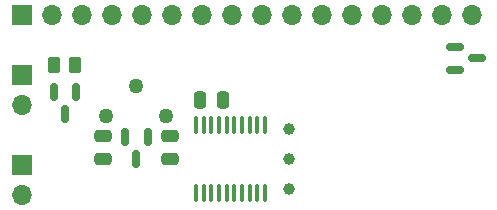
<source format=gbr>
%TF.GenerationSoftware,KiCad,Pcbnew,8.0.6*%
%TF.CreationDate,2024-12-17T20:27:33+00:00*%
%TF.ProjectId,003-UART-1602,3030332d-5541-4525-942d-313630322e6b,MkI*%
%TF.SameCoordinates,Original*%
%TF.FileFunction,Soldermask,Top*%
%TF.FilePolarity,Negative*%
%FSLAX46Y46*%
G04 Gerber Fmt 4.6, Leading zero omitted, Abs format (unit mm)*
G04 Created by KiCad (PCBNEW 8.0.6) date 2024-12-17 20:27:33*
%MOMM*%
%LPD*%
G01*
G04 APERTURE LIST*
G04 Aperture macros list*
%AMRoundRect*
0 Rectangle with rounded corners*
0 $1 Rounding radius*
0 $2 $3 $4 $5 $6 $7 $8 $9 X,Y pos of 4 corners*
0 Add a 4 corners polygon primitive as box body*
4,1,4,$2,$3,$4,$5,$6,$7,$8,$9,$2,$3,0*
0 Add four circle primitives for the rounded corners*
1,1,$1+$1,$2,$3*
1,1,$1+$1,$4,$5*
1,1,$1+$1,$6,$7*
1,1,$1+$1,$8,$9*
0 Add four rect primitives between the rounded corners*
20,1,$1+$1,$2,$3,$4,$5,0*
20,1,$1+$1,$4,$5,$6,$7,0*
20,1,$1+$1,$6,$7,$8,$9,0*
20,1,$1+$1,$8,$9,$2,$3,0*%
G04 Aperture macros list end*
%ADD10RoundRect,0.150000X-0.150000X0.587500X-0.150000X-0.587500X0.150000X-0.587500X0.150000X0.587500X0*%
%ADD11RoundRect,0.100000X-0.100000X0.637500X-0.100000X-0.637500X0.100000X-0.637500X0.100000X0.637500X0*%
%ADD12C,1.000000*%
%ADD13RoundRect,0.150000X-0.587500X-0.150000X0.587500X-0.150000X0.587500X0.150000X-0.587500X0.150000X0*%
%ADD14R,1.700000X1.700000*%
%ADD15O,1.700000X1.700000*%
%ADD16RoundRect,0.250000X0.250000X0.475000X-0.250000X0.475000X-0.250000X-0.475000X0.250000X-0.475000X0*%
%ADD17RoundRect,0.250000X-0.475000X0.250000X-0.475000X-0.250000X0.475000X-0.250000X0.475000X0.250000X0*%
%ADD18RoundRect,0.250000X-0.262500X-0.450000X0.262500X-0.450000X0.262500X0.450000X-0.262500X0.450000X0*%
%ADD19C,1.260000*%
G04 APERTURE END LIST*
D10*
%TO.C,Q1*%
X37620000Y-70040000D03*
X35720000Y-70040000D03*
X36670000Y-71915000D03*
%TD*%
D11*
%TO.C,U1*%
X53600699Y-72853020D03*
X52950699Y-72853020D03*
X52300699Y-72853020D03*
X51650699Y-72853020D03*
X51000699Y-72853020D03*
X50350699Y-72853020D03*
X49700699Y-72853020D03*
X49050699Y-72853020D03*
X48400699Y-72853020D03*
X47750699Y-72853020D03*
X47750699Y-78578020D03*
X48400699Y-78578020D03*
X49050699Y-78578020D03*
X49700699Y-78578020D03*
X50350699Y-78578020D03*
X51000699Y-78578020D03*
X51650699Y-78578020D03*
X52300699Y-78578020D03*
X52950699Y-78578020D03*
X53600699Y-78578020D03*
%TD*%
D10*
%TO.C,D1*%
X43670000Y-73802500D03*
X41770000Y-73802500D03*
X42720000Y-75677500D03*
%TD*%
D12*
%TO.C,TP1*%
X55620000Y-73160000D03*
%TD*%
D13*
%TO.C,Q2*%
X71538201Y-67177500D03*
X69663200Y-68127500D03*
X69663200Y-66227500D03*
%TD*%
D14*
%TO.C,DS1*%
X33020000Y-63500000D03*
D15*
X35560000Y-63500000D03*
X38099999Y-63500000D03*
X40640000Y-63500000D03*
X43180000Y-63500000D03*
X45720000Y-63500000D03*
X48260000Y-63500000D03*
X50800001Y-63500000D03*
X53340000Y-63500000D03*
X55880000Y-63500000D03*
X58420000Y-63500000D03*
X60959999Y-63500000D03*
X63500000Y-63500000D03*
X66040000Y-63500000D03*
X68580000Y-63500000D03*
X71119999Y-63500000D03*
%TD*%
D16*
%TO.C,C3*%
X50019998Y-70740000D03*
X48120000Y-70740000D03*
%TD*%
D17*
%TO.C,C2*%
X45520000Y-73790001D03*
X45520000Y-75689999D03*
%TD*%
D14*
%TO.C,J2*%
X33020000Y-76200000D03*
D15*
X33020000Y-78740000D03*
%TD*%
D14*
%TO.C,J1*%
X33020000Y-68580000D03*
D15*
X33020000Y-71120000D03*
%TD*%
D18*
%TO.C,R2*%
X35720000Y-67740000D03*
X37545000Y-67740000D03*
%TD*%
D17*
%TO.C,C1*%
X39920000Y-73790001D03*
X39920000Y-75689999D03*
%TD*%
D12*
%TO.C,TP2*%
X55620000Y-75700000D03*
%TD*%
%TO.C,TP3*%
X55620000Y-78240001D03*
%TD*%
D19*
%TO.C,RV1*%
X45249999Y-72040000D03*
X42709999Y-69500000D03*
X40170000Y-72040000D03*
%TD*%
M02*

</source>
